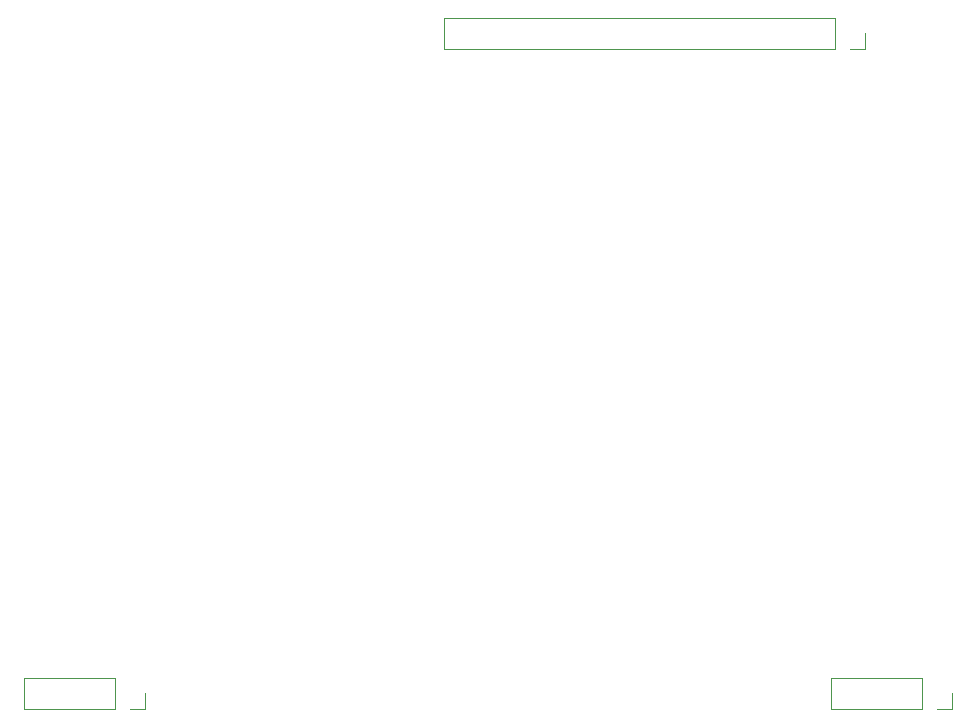
<source format=gbr>
%TF.GenerationSoftware,KiCad,Pcbnew,(5.1.10-1-10_14)*%
%TF.CreationDate,2021-11-12T08:41:43-05:00*%
%TF.ProjectId,audio,61756469-6f2e-46b6-9963-61645f706362,rev?*%
%TF.SameCoordinates,Original*%
%TF.FileFunction,Legend,Bot*%
%TF.FilePolarity,Positive*%
%FSLAX46Y46*%
G04 Gerber Fmt 4.6, Leading zero omitted, Abs format (unit mm)*
G04 Created by KiCad (PCBNEW (5.1.10-1-10_14)) date 2021-11-12 08:41:43*
%MOMM*%
%LPD*%
G01*
G04 APERTURE LIST*
%ADD10C,0.120000*%
G04 APERTURE END LIST*
D10*
%TO.C,J4*%
X139132000Y-96580000D02*
X139132000Y-93920000D01*
X146812000Y-96580000D02*
X139132000Y-96580000D01*
X146812000Y-93920000D02*
X139132000Y-93920000D01*
X146812000Y-96580000D02*
X146812000Y-93920000D01*
X148082000Y-96580000D02*
X149412000Y-96580000D01*
X149412000Y-96580000D02*
X149412000Y-95250000D01*
%TO.C,J3*%
X207458000Y-96580000D02*
X207458000Y-93920000D01*
X215138000Y-96580000D02*
X207458000Y-96580000D01*
X215138000Y-93920000D02*
X207458000Y-93920000D01*
X215138000Y-96580000D02*
X215138000Y-93920000D01*
X216408000Y-96580000D02*
X217738000Y-96580000D01*
X217738000Y-96580000D02*
X217738000Y-95250000D01*
%TO.C,J1*%
X210372000Y-40700000D02*
X210372000Y-39370000D01*
X209042000Y-40700000D02*
X210372000Y-40700000D01*
X207772000Y-40700000D02*
X207772000Y-38040000D01*
X207772000Y-38040000D02*
X174692000Y-38040000D01*
X207772000Y-40700000D02*
X174692000Y-40700000D01*
X174692000Y-40700000D02*
X174692000Y-38040000D01*
%TD*%
M02*

</source>
